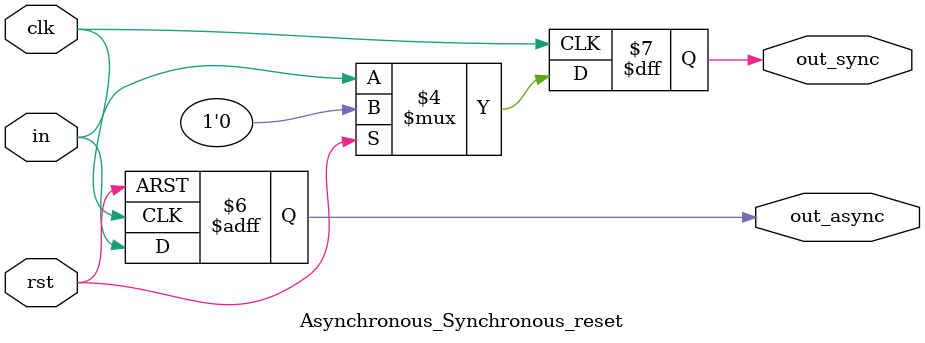
<source format=v>
`timescale 1ns / 1ps


module Asynchronous_Synchronous_reset(
input clk,rst,in,
output reg out_sync,out_async
 );
 // Synchronous reset
 always @(posedge clk)
 begin
 if(rst)
 out_sync <= 1'b0;
  else 
 out_sync <= in;
 end
 
 //asynchronous reset
 
 always @(posedge clk or posedge rst) 
 begin
 if (rst)
 out_async <= 1'b0;
 else 
 out_async <= in;
 end
endmodule

</source>
